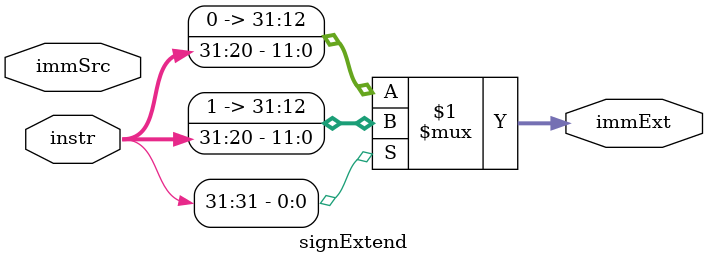
<source format=v>
`timescale 1ns / 1ps

module signExtend(
  input wire [31:7] instr,      //[24:0]
  input wire immSrc,
  output wire [31:0] immExt
    );
  
    //assign immExt = (immSrc == 1'b1) ? ({{20{in[31]}},in[31:25],in[11:7]}):
                                            //{{20{in[31]}},in[31:20]};
//  assign immExt = (immSrc == 1'b1) ? ({{20{instr[31]}},instr[31:25],instr[11:7]}):
//                                      {{20{instr[31]}},instr[31:20]};

assign immExt = (instr[31]) ? ({{20{1'b1}},instr[31:20]}):
                                     {{{20{1'b0}},instr[31:20]}};
endmodule

</source>
